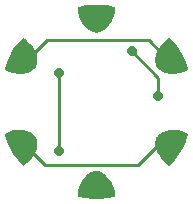
<source format=gbr>
G04 EAGLE Gerber RS-274X export*
G75*
%MOMM*%
%FSLAX34Y34*%
%LPD*%
%INBottom Copper*%
%IPPOS*%
%AMOC8*
5,1,8,0,0,1.08239X$1,22.5*%
G01*
%ADD10C,2.184400*%
%ADD11P,0.866020X8X22.500000*%
%ADD12C,0.254000*%

G36*
X3062Y-82374D02*
X3062Y-82374D01*
X3099Y-82376D01*
X9133Y-81742D01*
X9160Y-81734D01*
X9198Y-81732D01*
X15132Y-80470D01*
X15154Y-80461D01*
X15178Y-80459D01*
X15257Y-80419D01*
X15340Y-80386D01*
X15357Y-80370D01*
X15378Y-80359D01*
X15411Y-80325D01*
X15413Y-80323D01*
X15422Y-80313D01*
X15439Y-80294D01*
X15505Y-80234D01*
X15516Y-80213D01*
X15532Y-80195D01*
X15548Y-80157D01*
X15555Y-80149D01*
X15568Y-80111D01*
X15607Y-80034D01*
X15610Y-80011D01*
X15619Y-79989D01*
X15622Y-79951D01*
X15627Y-79936D01*
X15626Y-79897D01*
X15630Y-79841D01*
X15633Y-79811D01*
X15632Y-79807D01*
X15632Y-79802D01*
X15345Y-76043D01*
X15334Y-76003D01*
X15329Y-75945D01*
X14457Y-72278D01*
X14440Y-72240D01*
X14426Y-72183D01*
X12991Y-68698D01*
X12969Y-68663D01*
X12946Y-68609D01*
X10983Y-65391D01*
X10956Y-65360D01*
X10925Y-65310D01*
X8483Y-62439D01*
X8445Y-62408D01*
X8389Y-62349D01*
X6603Y-60963D01*
X6578Y-60950D01*
X6574Y-60945D01*
X6563Y-60940D01*
X6535Y-60917D01*
X4583Y-59776D01*
X4550Y-59764D01*
X4509Y-59739D01*
X2426Y-58862D01*
X2391Y-58855D01*
X2347Y-58835D01*
X168Y-58238D01*
X92Y-58232D01*
X19Y-58216D01*
X-24Y-58221D01*
X-56Y-58218D01*
X-100Y-58230D01*
X-168Y-58238D01*
X-2347Y-58835D01*
X-2379Y-58851D01*
X-2426Y-58862D01*
X-4509Y-59739D01*
X-4539Y-59758D01*
X-4583Y-59776D01*
X-6535Y-60917D01*
X-6561Y-60940D01*
X-6603Y-60963D01*
X-8389Y-62349D01*
X-8422Y-62386D01*
X-8483Y-62439D01*
X-10925Y-65310D01*
X-10946Y-65346D01*
X-10983Y-65391D01*
X-12946Y-68609D01*
X-12961Y-68647D01*
X-12991Y-68698D01*
X-14426Y-72183D01*
X-14435Y-72224D01*
X-14457Y-72278D01*
X-15329Y-75945D01*
X-15331Y-75986D01*
X-15345Y-76043D01*
X-15632Y-79802D01*
X-15630Y-79825D01*
X-15634Y-79849D01*
X-15622Y-79920D01*
X-15620Y-79973D01*
X-15613Y-79990D01*
X-15610Y-80025D01*
X-15599Y-80046D01*
X-15595Y-80070D01*
X-15550Y-80146D01*
X-15550Y-80147D01*
X-15536Y-80181D01*
X-15529Y-80188D01*
X-15511Y-80226D01*
X-15493Y-80243D01*
X-15481Y-80263D01*
X-15413Y-80319D01*
X-15391Y-80340D01*
X-15384Y-80347D01*
X-15382Y-80348D01*
X-15348Y-80380D01*
X-15326Y-80390D01*
X-15307Y-80405D01*
X-15170Y-80456D01*
X-15141Y-80468D01*
X-15137Y-80469D01*
X-15132Y-80470D01*
X-9198Y-81732D01*
X-9169Y-81733D01*
X-9133Y-81742D01*
X-3099Y-82376D01*
X-3071Y-82374D01*
X-3033Y-82380D01*
X3033Y-82380D01*
X3062Y-82374D01*
G37*
G36*
X-62590Y23819D02*
X-62590Y23819D01*
X-62550Y23827D01*
X-62491Y23829D01*
X-58784Y24508D01*
X-58737Y24525D01*
X-58658Y24544D01*
X-56565Y25398D01*
X-56535Y25417D01*
X-56491Y25434D01*
X-54527Y26554D01*
X-54500Y26576D01*
X-54458Y26599D01*
X-52657Y27965D01*
X-52633Y27991D01*
X-52595Y28020D01*
X-50988Y29609D01*
X-50944Y29671D01*
X-50894Y29727D01*
X-50881Y29757D01*
X-50876Y29764D01*
X-50873Y29772D01*
X-50859Y29793D01*
X-50847Y29837D01*
X-50820Y29899D01*
X-50247Y32086D01*
X-50244Y32121D01*
X-50231Y32167D01*
X-49949Y34410D01*
X-49951Y34445D01*
X-49944Y34492D01*
X-49956Y36752D01*
X-49963Y36787D01*
X-49962Y36835D01*
X-50269Y39074D01*
X-50285Y39121D01*
X-50300Y39201D01*
X-51566Y42752D01*
X-51587Y42787D01*
X-51607Y42842D01*
X-53412Y46151D01*
X-53438Y46183D01*
X-53467Y46235D01*
X-55767Y49220D01*
X-55798Y49248D01*
X-55834Y49294D01*
X-58574Y51883D01*
X-58608Y51905D01*
X-58651Y51945D01*
X-61762Y54074D01*
X-61784Y54084D01*
X-61802Y54099D01*
X-61885Y54129D01*
X-61900Y54136D01*
X-61916Y54144D01*
X-61919Y54144D01*
X-61967Y54166D01*
X-61991Y54167D01*
X-62013Y54175D01*
X-62102Y54175D01*
X-62191Y54181D01*
X-62213Y54174D01*
X-62237Y54174D01*
X-62321Y54142D01*
X-62406Y54117D01*
X-62425Y54102D01*
X-62447Y54094D01*
X-62523Y54032D01*
X-62546Y54018D01*
X-62559Y54001D01*
X-62561Y54000D01*
X-62585Y53982D01*
X-62587Y53978D01*
X-62592Y53975D01*
X-66651Y49467D01*
X-66666Y49442D01*
X-66693Y49415D01*
X-70258Y44507D01*
X-70271Y44481D01*
X-70294Y44452D01*
X-73328Y39198D01*
X-73337Y39171D01*
X-73358Y39139D01*
X-75825Y33597D01*
X-75832Y33569D01*
X-75849Y33535D01*
X-77723Y27766D01*
X-77727Y27742D01*
X-77736Y27720D01*
X-77742Y27632D01*
X-77754Y27543D01*
X-77749Y27520D01*
X-77750Y27496D01*
X-77725Y27411D01*
X-77705Y27324D01*
X-77692Y27304D01*
X-77685Y27282D01*
X-77632Y27211D01*
X-77583Y27136D01*
X-77564Y27122D01*
X-77550Y27103D01*
X-77427Y27020D01*
X-77403Y27002D01*
X-77399Y27001D01*
X-77395Y26998D01*
X-73996Y25368D01*
X-73956Y25357D01*
X-73903Y25332D01*
X-70291Y24254D01*
X-70250Y24249D01*
X-70194Y24233D01*
X-66458Y23733D01*
X-66417Y23735D01*
X-66358Y23728D01*
X-62590Y23819D01*
G37*
G36*
X66399Y23734D02*
X66399Y23734D01*
X66458Y23733D01*
X70194Y24233D01*
X70233Y24246D01*
X70291Y24254D01*
X73903Y25332D01*
X73940Y25351D01*
X73996Y25368D01*
X77395Y26998D01*
X77414Y27012D01*
X77436Y27020D01*
X77504Y27077D01*
X77576Y27129D01*
X77590Y27149D01*
X77608Y27164D01*
X77652Y27241D01*
X77701Y27315D01*
X77707Y27339D01*
X77719Y27359D01*
X77733Y27447D01*
X77753Y27534D01*
X77751Y27557D01*
X77754Y27581D01*
X77730Y27727D01*
X77726Y27756D01*
X77724Y27760D01*
X77723Y27766D01*
X75849Y33535D01*
X75835Y33561D01*
X75825Y33597D01*
X73358Y39139D01*
X73341Y39163D01*
X73328Y39198D01*
X70294Y44452D01*
X70276Y44474D01*
X70258Y44507D01*
X66693Y49415D01*
X66672Y49435D01*
X66651Y49467D01*
X62592Y53975D01*
X62573Y53989D01*
X62559Y54009D01*
X62529Y54029D01*
X62517Y54041D01*
X62484Y54059D01*
X62414Y54112D01*
X62392Y54119D01*
X62372Y54133D01*
X62285Y54153D01*
X62200Y54180D01*
X62176Y54178D01*
X62153Y54184D01*
X62065Y54173D01*
X61976Y54168D01*
X61954Y54159D01*
X61931Y54156D01*
X61883Y54132D01*
X61880Y54132D01*
X61874Y54128D01*
X61798Y54091D01*
X61770Y54079D01*
X61767Y54076D01*
X61762Y54074D01*
X58651Y51945D01*
X58622Y51916D01*
X58574Y51883D01*
X55834Y49294D01*
X55810Y49261D01*
X55767Y49220D01*
X53467Y46235D01*
X53448Y46198D01*
X53412Y46151D01*
X51607Y42842D01*
X51594Y42803D01*
X51566Y42752D01*
X50300Y39201D01*
X50292Y39152D01*
X50269Y39074D01*
X49962Y36835D01*
X49964Y36800D01*
X49956Y36752D01*
X49944Y34492D01*
X49950Y34457D01*
X49949Y34410D01*
X50231Y32167D01*
X50242Y32133D01*
X50247Y32086D01*
X50820Y29899D01*
X50852Y29831D01*
X50875Y29759D01*
X50893Y29735D01*
X50895Y29732D01*
X50901Y29725D01*
X50915Y29696D01*
X50947Y29664D01*
X50988Y29609D01*
X52595Y28020D01*
X52624Y28000D01*
X52657Y27965D01*
X54458Y26599D01*
X54490Y26583D01*
X54527Y26554D01*
X56491Y25434D01*
X56524Y25422D01*
X56565Y25398D01*
X58658Y24544D01*
X58707Y24534D01*
X58784Y24508D01*
X62491Y23829D01*
X62532Y23829D01*
X62590Y23819D01*
X66358Y23728D01*
X66399Y23734D01*
G37*
G36*
X62213Y-54174D02*
X62213Y-54174D01*
X62237Y-54174D01*
X62321Y-54142D01*
X62406Y-54117D01*
X62425Y-54102D01*
X62447Y-54094D01*
X62561Y-54000D01*
X62585Y-53982D01*
X62587Y-53978D01*
X62592Y-53975D01*
X66651Y-49467D01*
X66666Y-49442D01*
X66693Y-49415D01*
X70258Y-44507D01*
X70271Y-44481D01*
X70294Y-44452D01*
X73328Y-39198D01*
X73337Y-39171D01*
X73358Y-39139D01*
X75825Y-33597D01*
X75832Y-33569D01*
X75849Y-33535D01*
X77723Y-27766D01*
X77727Y-27742D01*
X77736Y-27720D01*
X77742Y-27632D01*
X77754Y-27543D01*
X77749Y-27520D01*
X77750Y-27496D01*
X77725Y-27411D01*
X77705Y-27324D01*
X77692Y-27304D01*
X77685Y-27282D01*
X77632Y-27211D01*
X77583Y-27136D01*
X77564Y-27122D01*
X77550Y-27103D01*
X77427Y-27020D01*
X77403Y-27002D01*
X77399Y-27001D01*
X77395Y-26998D01*
X73996Y-25368D01*
X73956Y-25357D01*
X73903Y-25332D01*
X70291Y-24254D01*
X70250Y-24249D01*
X70194Y-24233D01*
X66458Y-23733D01*
X66417Y-23735D01*
X66358Y-23728D01*
X62590Y-23819D01*
X62550Y-23827D01*
X62491Y-23829D01*
X58784Y-24508D01*
X58737Y-24525D01*
X58658Y-24544D01*
X56565Y-25398D01*
X56535Y-25417D01*
X56491Y-25434D01*
X54527Y-26554D01*
X54500Y-26576D01*
X54458Y-26599D01*
X52657Y-27965D01*
X52633Y-27991D01*
X52595Y-28020D01*
X50988Y-29609D01*
X50944Y-29671D01*
X50894Y-29727D01*
X50877Y-29766D01*
X50859Y-29793D01*
X50847Y-29837D01*
X50820Y-29899D01*
X50247Y-32086D01*
X50244Y-32121D01*
X50231Y-32167D01*
X49949Y-34410D01*
X49951Y-34445D01*
X49944Y-34492D01*
X49956Y-36752D01*
X49963Y-36787D01*
X49962Y-36835D01*
X50269Y-39074D01*
X50273Y-39087D01*
X50274Y-39093D01*
X50283Y-39117D01*
X50285Y-39121D01*
X50300Y-39201D01*
X51566Y-42752D01*
X51587Y-42787D01*
X51607Y-42842D01*
X53412Y-46151D01*
X53438Y-46183D01*
X53467Y-46235D01*
X55767Y-49220D01*
X55798Y-49248D01*
X55834Y-49294D01*
X58574Y-51883D01*
X58608Y-51905D01*
X58651Y-51945D01*
X61762Y-54074D01*
X61784Y-54084D01*
X61802Y-54099D01*
X61885Y-54129D01*
X61967Y-54166D01*
X61991Y-54167D01*
X62013Y-54175D01*
X62102Y-54175D01*
X62191Y-54181D01*
X62213Y-54174D01*
G37*
G36*
X-62065Y-54173D02*
X-62065Y-54173D01*
X-61976Y-54168D01*
X-61954Y-54159D01*
X-61931Y-54156D01*
X-61798Y-54091D01*
X-61770Y-54079D01*
X-61767Y-54076D01*
X-61762Y-54074D01*
X-58651Y-51945D01*
X-58622Y-51916D01*
X-58574Y-51883D01*
X-55834Y-49294D01*
X-55810Y-49261D01*
X-55767Y-49220D01*
X-53467Y-46235D01*
X-53448Y-46198D01*
X-53412Y-46151D01*
X-51607Y-42842D01*
X-51594Y-42803D01*
X-51566Y-42752D01*
X-50300Y-39201D01*
X-50292Y-39152D01*
X-50269Y-39074D01*
X-49962Y-36835D01*
X-49964Y-36800D01*
X-49956Y-36752D01*
X-49944Y-34492D01*
X-49950Y-34457D01*
X-49949Y-34410D01*
X-50231Y-32167D01*
X-50242Y-32133D01*
X-50247Y-32086D01*
X-50820Y-29899D01*
X-50852Y-29831D01*
X-50875Y-29759D01*
X-50901Y-29725D01*
X-50915Y-29696D01*
X-50947Y-29664D01*
X-50988Y-29609D01*
X-52595Y-28020D01*
X-52624Y-28000D01*
X-52657Y-27965D01*
X-54458Y-26599D01*
X-54490Y-26583D01*
X-54527Y-26554D01*
X-56491Y-25434D01*
X-56524Y-25422D01*
X-56565Y-25398D01*
X-58658Y-24544D01*
X-58707Y-24534D01*
X-58784Y-24508D01*
X-62491Y-23829D01*
X-62532Y-23829D01*
X-62590Y-23819D01*
X-66358Y-23728D01*
X-66399Y-23734D01*
X-66458Y-23733D01*
X-70194Y-24233D01*
X-70233Y-24246D01*
X-70291Y-24254D01*
X-73903Y-25332D01*
X-73940Y-25351D01*
X-73996Y-25368D01*
X-77395Y-26998D01*
X-77414Y-27012D01*
X-77436Y-27020D01*
X-77504Y-27077D01*
X-77576Y-27129D01*
X-77590Y-27149D01*
X-77608Y-27164D01*
X-77652Y-27241D01*
X-77701Y-27315D01*
X-77707Y-27339D01*
X-77719Y-27359D01*
X-77733Y-27447D01*
X-77753Y-27534D01*
X-77751Y-27557D01*
X-77754Y-27581D01*
X-77730Y-27727D01*
X-77726Y-27756D01*
X-77724Y-27760D01*
X-77723Y-27766D01*
X-75849Y-33535D01*
X-75835Y-33561D01*
X-75825Y-33597D01*
X-73358Y-39139D01*
X-73341Y-39163D01*
X-73328Y-39198D01*
X-70294Y-44452D01*
X-70276Y-44474D01*
X-70258Y-44507D01*
X-66693Y-49415D01*
X-66672Y-49435D01*
X-66651Y-49467D01*
X-62592Y-53975D01*
X-62573Y-53989D01*
X-62559Y-54009D01*
X-62485Y-54058D01*
X-62414Y-54112D01*
X-62392Y-54119D01*
X-62372Y-54133D01*
X-62285Y-54153D01*
X-62200Y-54180D01*
X-62176Y-54178D01*
X-62153Y-54184D01*
X-62065Y-54173D01*
G37*
G36*
X24Y58221D02*
X24Y58221D01*
X56Y58218D01*
X100Y58230D01*
X168Y58238D01*
X2347Y58835D01*
X2379Y58851D01*
X2426Y58862D01*
X4509Y59739D01*
X4539Y59758D01*
X4583Y59776D01*
X6535Y60917D01*
X6561Y60940D01*
X6603Y60963D01*
X8389Y62349D01*
X8422Y62386D01*
X8483Y62439D01*
X10925Y65310D01*
X10946Y65346D01*
X10983Y65391D01*
X12946Y68609D01*
X12961Y68647D01*
X12991Y68698D01*
X14426Y72183D01*
X14435Y72224D01*
X14457Y72278D01*
X15329Y75945D01*
X15331Y75986D01*
X15345Y76043D01*
X15632Y79802D01*
X15630Y79825D01*
X15634Y79849D01*
X15619Y79936D01*
X15610Y80025D01*
X15599Y80046D01*
X15595Y80070D01*
X15550Y80146D01*
X15511Y80226D01*
X15493Y80243D01*
X15481Y80263D01*
X15413Y80319D01*
X15348Y80380D01*
X15326Y80390D01*
X15307Y80405D01*
X15170Y80456D01*
X15141Y80468D01*
X15137Y80469D01*
X15132Y80470D01*
X9198Y81732D01*
X9169Y81733D01*
X9133Y81742D01*
X3099Y82376D01*
X3071Y82374D01*
X3033Y82380D01*
X-3033Y82380D01*
X-3062Y82374D01*
X-3099Y82376D01*
X-9133Y81742D01*
X-9160Y81734D01*
X-9198Y81732D01*
X-15132Y80470D01*
X-15154Y80461D01*
X-15178Y80459D01*
X-15257Y80419D01*
X-15340Y80386D01*
X-15357Y80370D01*
X-15378Y80359D01*
X-15439Y80294D01*
X-15505Y80234D01*
X-15516Y80213D01*
X-15532Y80195D01*
X-15566Y80113D01*
X-15607Y80034D01*
X-15610Y80011D01*
X-15619Y79989D01*
X-15630Y79841D01*
X-15633Y79811D01*
X-15632Y79807D01*
X-15632Y79802D01*
X-15345Y76043D01*
X-15334Y76003D01*
X-15329Y75945D01*
X-14457Y72278D01*
X-14440Y72240D01*
X-14426Y72183D01*
X-12991Y68698D01*
X-12969Y68663D01*
X-12946Y68609D01*
X-10983Y65391D01*
X-10956Y65360D01*
X-10925Y65310D01*
X-8483Y62439D01*
X-8445Y62408D01*
X-8389Y62349D01*
X-6603Y60963D01*
X-6572Y60947D01*
X-6535Y60917D01*
X-4583Y59776D01*
X-4550Y59764D01*
X-4509Y59739D01*
X-2426Y58862D01*
X-2391Y58855D01*
X-2347Y58835D01*
X-168Y58238D01*
X-92Y58232D01*
X-19Y58216D01*
X24Y58221D01*
G37*
D10*
X60960Y-35560D03*
X-60960Y-35560D03*
X-60960Y35560D03*
X60960Y35560D03*
X0Y-69850D03*
X0Y69850D03*
D11*
X30480Y43180D03*
D12*
X52070Y20320D01*
X52070Y5080D01*
D11*
X52070Y5080D03*
X-31750Y24130D03*
D12*
X-31750Y-41910D01*
D11*
X-31750Y-41910D03*
D12*
X-43180Y-53340D02*
X-60960Y-35560D01*
X-43180Y-53340D02*
X35560Y-53340D01*
X53340Y-35560D01*
X60960Y-35560D01*
X60960Y35560D02*
X44450Y52070D01*
X-41910Y52070D01*
X-58420Y35560D01*
X-60960Y35560D01*
M02*

</source>
